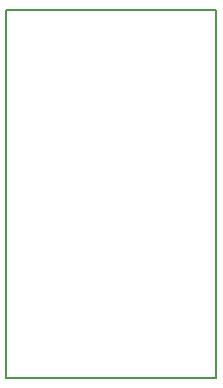
<source format=gbr>
G04 #@! TF.GenerationSoftware,KiCad,Pcbnew,(5.0.0)*
G04 #@! TF.CreationDate,2018-10-07T23:11:39+02:00*
G04 #@! TF.ProjectId,bosch_kf4_pll,626F7363685F6B66345F706C6C2E6B69,rev?*
G04 #@! TF.SameCoordinates,Original*
G04 #@! TF.FileFunction,Other,User*
%FSLAX46Y46*%
G04 Gerber Fmt 4.6, Leading zero omitted, Abs format (unit mm)*
G04 Created by KiCad (PCBNEW (5.0.0)) date 10/07/18 23:11:39*
%MOMM*%
%LPD*%
G01*
G04 APERTURE LIST*
%ADD10C,0.200000*%
G04 APERTURE END LIST*
D10*
X124460000Y-91757500D02*
X124460000Y-60642500D01*
X142240000Y-91757500D02*
X124460000Y-91757500D01*
X142240000Y-60642500D02*
X142240000Y-91757500D01*
X124460000Y-60642500D02*
X142240000Y-60642500D01*
M02*

</source>
